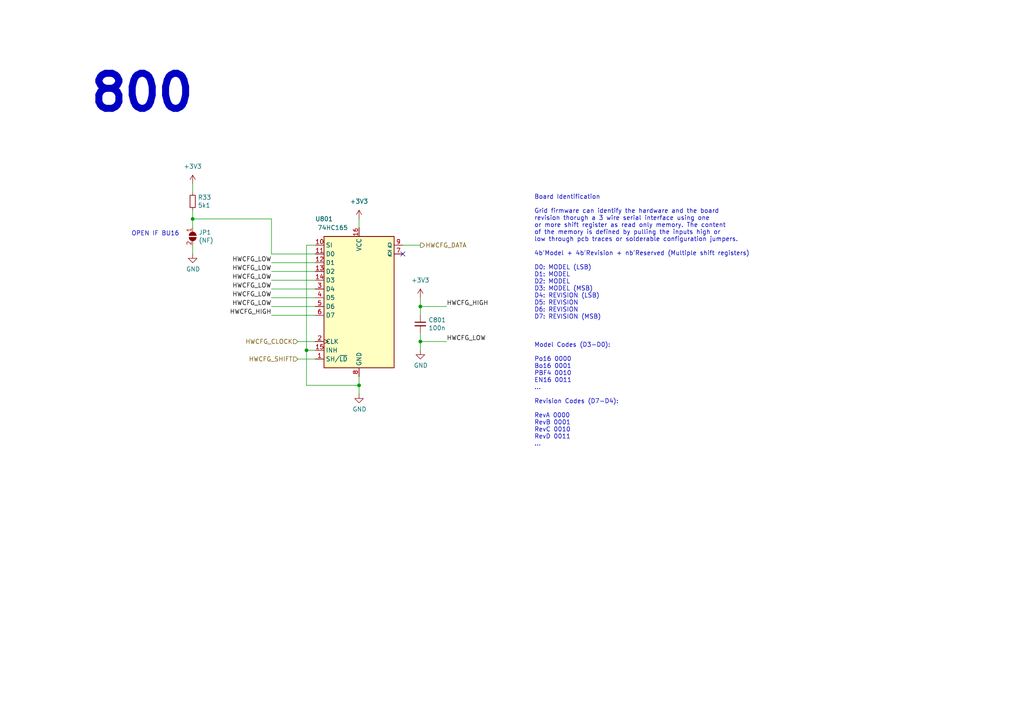
<source format=kicad_sch>
(kicad_sch (version 20230121) (generator eeschema)
  (paper "A4")
  (lib_symbols
    (symbol "power:+3V3" (power) (pin_names (offset 0))
      (property "Value" "+3V3" (at 0 3.556 0))
      (symbol "+3V3_0_1"
        (polyline (pts (xy -0.762 1.27) (xy 0 2.54)))
        (polyline (pts (xy 0 0) (xy 0 2.54)))
        (polyline (pts (xy 0 2.54) (xy 0.762 1.27)))
      )
      (symbol "+3V3_1_1"
        (pin power_in line (at 0 0 90) (length 0) hide (name "+3V3") (number "1"))
      )
    )
    (symbol "power:GND" (power) (pin_names (offset 0))
      (property "Value" "GND" (at 0 -3.81 0))
      (symbol "GND_0_1"
        (polyline (pts (xy 0 0) (xy 0 -1.27) (xy 1.27 -1.27) (xy 0 -2.54) (xy -1.27 -1.27) (xy 0 -1.27)))
      )
      (symbol "GND_1_1"
        (pin power_in line (at 0 0 270) (length 0) hide (name "GND") (number "1"))
      )
    )
    (symbol "suku_basics:74HC165"
      (property "Reference" "U" (at -15.24 25.4 0))
      (property "Value" "74HC165" (at -12.7 20.32 0))
      (symbol "74HC165_1_0"
        (pin input line (at -12.7 12.7 0) (length 2.54) (name "D0") (number "11"))
        (pin input line (at -12.7 10.16 0) (length 2.54) (name "D1") (number "12"))
        (pin input line (at -12.7 7.62 0) (length 2.54) (name "D2") (number "13"))
        (pin input line (at -12.7 5.08 0) (length 2.54) (name "D3") (number "14"))
        (pin power_in line (at 0 20.32 270) (length 2.54) (name "VCC") (number "16"))
        (pin input clock (at -12.7 -12.7 0) (length 2.54) (name "CLK") (number "2"))
        (pin input line (at -12.7 2.54 0) (length 2.54) (name "D4") (number "3"))
        (pin input line (at -12.7 0 0) (length 2.54) (name "D5") (number "4"))
        (pin input line (at -12.7 -2.54 0) (length 2.54) (name "D6") (number "5"))
        (pin input line (at -12.7 -5.08 0) (length 2.54) (name "D7") (number "6"))
        (pin power_in line (at 0 -22.86 90) (length 2.54) (name "GND") (number "8"))
        (pin output line (at 12.7 15.24 180) (length 2.54) (name "Q") (number "9"))
      )
      (symbol "74HC165_1_1"
        (rectangle (start -10.16 17.78) (end 10.16 -20.32) (stroke (width 0.254)) (fill (type background)))
        (pin input line (at -12.7 -17.78 0) (length 2.54) (name "SH/~{LD}") (number "1"))
        (pin input line (at -12.7 15.24 0) (length 2.54) (name "SI") (number "10"))
        (pin input line (at -12.7 -15.24 0) (length 2.54) (name "INH") (number "15"))
        (pin output line (at 12.7 12.7 180) (length 2.54) (name "~{Q}") (number "7"))
      )
    )
    (symbol "suku_basics:CAP" (pin_numbers hide) (pin_names (offset 0.254) hide)
      (property "Reference" "C" (at 0.254 1.778 0))
      (property "Value" "CAP" (at 0.254 -2.032 0))
      (symbol "CAP_0_1"
        (polyline (pts (xy -1.524 -0.508) (xy 1.524 -0.508)) (stroke (width 0.3302)))
        (polyline (pts (xy -1.524 0.508) (xy 1.524 0.508)) (stroke (width 0.3048)))
      )
      (symbol "CAP_1_1"
        (pin passive line (at 0 2.54 270) (length 2.032) (name "~") (number "1"))
        (pin passive line (at 0 -2.54 90) (length 2.032) (name "~") (number "2"))
      )
    )
    (symbol "suku_basics:JP_SolderJumper_2_Open" (pin_names (offset 0) hide)
      (property "Reference" "JP" (at 0 2.032 0))
      (property "Value" "JP_SolderJumper_2_Open" (at 0 -2.54 0))
      (symbol "JP_SolderJumper_2_Open_0_1"
        (arc (start -0.254 1.016) (mid -1.2656 0) (end -0.254 -1.016))
        (arc (start -0.254 1.016) (mid -1.2656 0) (end -0.254 -1.016) (fill (type outline)))
        (polyline (pts (xy -0.254 1.016) (xy -0.254 -1.016)))
        (polyline (pts (xy 0.254 1.016) (xy 0.254 -1.016)))
        (arc (start 0.254 -1.016) (mid 1.2656 0) (end 0.254 1.016))
        (arc (start 0.254 -1.016) (mid 1.2656 0) (end 0.254 1.016) (fill (type outline)))
      )
      (symbol "JP_SolderJumper_2_Open_1_1"
        (pin passive line (at -2.54 0 0) (length 1.27) (name "A") (number "1"))
        (pin passive line (at 2.54 0 180) (length 1.27) (name "B") (number "2"))
      )
    )
    (symbol "suku_basics:RES" (pin_numbers hide) (pin_names (offset 0.254) hide)
      (property "Reference" "R" (at 0.762 0.508 0))
      (property "Value" "RES" (at 0.762 -1.016 0))
      (symbol "RES_1_1"
        (rectangle (start -0.762 1.778) (end 0.762 -1.778) (stroke (width 0.2032)))
        (pin passive line (at 0 2.54 270) (length 0.762) (name "~") (number "1"))
        (pin passive line (at 0 -2.54 90) (length 0.762) (name "~") (number "2"))
      )
    )
  )
  (junction (at 104.14 111.76))
  (junction (at 88.9 101.6))
  (junction (at 121.92 99.06))
  (junction (at 55.88 63.5))
  (junction (at 121.92 88.9))
  (no_connect (at 116.84 73.66))
  (wire (pts (xy 88.9 71.12) (xy 88.9 101.6)))
  (wire (pts (xy 91.44 83.82) (xy 78.74 83.82)))
  (wire (pts (xy 104.14 111.76) (xy 104.14 109.22)))
  (wire (pts (xy 78.74 73.66) (xy 78.74 63.5)))
  (wire (pts (xy 91.44 101.6) (xy 88.9 101.6)))
  (wire (pts (xy 91.44 99.06) (xy 86.36 99.06)))
  (wire (pts (xy 55.88 63.5) (xy 55.88 66.04)))
  (wire (pts (xy 91.44 86.36) (xy 78.74 86.36)))
  (wire (pts (xy 91.44 88.9) (xy 78.74 88.9)))
  (wire (pts (xy 91.44 76.2) (xy 78.74 76.2)))
  (wire (pts (xy 104.14 63.5) (xy 104.14 66.04)))
  (wire (pts (xy 78.74 91.44) (xy 91.44 91.44)))
  (wire (pts (xy 104.14 114.3) (xy 104.14 111.76)))
  (wire (pts (xy 121.92 99.06) (xy 121.92 101.6)))
  (wire (pts (xy 91.44 71.12) (xy 88.9 71.12)))
  (wire (pts (xy 78.74 73.66) (xy 91.44 73.66)))
  (wire (pts (xy 55.88 60.96) (xy 55.88 63.5)))
  (wire (pts (xy 121.92 96.52) (xy 121.92 99.06)))
  (wire (pts (xy 88.9 101.6) (xy 88.9 111.76)))
  (wire (pts (xy 121.92 88.9) (xy 121.92 91.44)))
  (wire (pts (xy 88.9 111.76) (xy 104.14 111.76)))
  (wire (pts (xy 91.44 81.28) (xy 78.74 81.28)))
  (wire (pts (xy 116.84 71.12) (xy 121.92 71.12)))
  (wire (pts (xy 121.92 88.9) (xy 129.54 88.9)))
  (wire (pts (xy 78.74 63.5) (xy 55.88 63.5)))
  (wire (pts (xy 55.88 73.66) (xy 55.88 71.12)))
  (wire (pts (xy 121.92 86.36) (xy 121.92 88.9)))
  (wire (pts (xy 55.88 53.34) (xy 55.88 55.88)))
  (wire (pts (xy 121.92 99.06) (xy 129.54 99.06)))
  (wire (pts (xy 91.44 78.74) (xy 78.74 78.74)))
  (wire (pts (xy 91.44 104.14) (xy 86.36 104.14)))
  (text "800" (at 25.4 33.02 0) (effects (font (size 10.16 10.16) (thickness 2.032) bold) (justify left bottom)))
  (text "Board Identification\n\nGrid firmware can identify the hardware and the board \nrevision thorugh a 3 wire serial interface using one \nor more shift register as read only memory. The content\nof the memory is defined by pulling the inputs high or\nlow through pcb traces or solderable configuration jumpers.\n\n4b'Model + 4b'Revision + nb'Reserved (Multiple shift registers)\n\nD0: MODEL (LSB)\nD1: MODEL\nD2: MODEL\nD3: MODEL (MSB)\nD4: REVISION (LSB)\nD5: REVISION\nD6: REVISION\nD7: REVISION (MSB)\n\n\n\nModel Codes (D3-D0):\n\nPo16 0000\nBo16 0001\nPBF4 0010\nEN16 0011\n...\n\nRevision Codes (D7-D4):\n\nRevA 0000\nRevB 0001\nRevC 0010\nRevD 0011\n...\n" (at 154.94 129.54 0) (effects (font (size 1.27 1.27)) (justify left bottom)))
  (text "OPEN IF BU16" (at 38.1 68.58 0) (effects (font (size 1.27 1.27)) (justify left bottom)))
  (label "HWCFG_LOW" (at 129.54 99.06 0))
  (label "HWCFG_LOW" (at 78.74 83.82 180))
  (label "HWCFG_LOW" (at 78.74 78.74 180))
  (label "HWCFG_LOW" (at 78.74 86.36 180))
  (label "HWCFG_LOW" (at 78.74 81.28 180))
  (label "HWCFG_HIGH" (at 129.54 88.9 0))
  (label "HWCFG_HIGH" (at 78.74 91.44 180))
  (label "HWCFG_LOW" (at 78.74 76.2 180))
  (label "HWCFG_LOW" (at 78.74 88.9 180))
  (hierarchical_label "HWCFG_CLOCK" (shape input) (at 86.36 99.06 180))
  (hierarchical_label "HWCFG_SHIFT" (shape input) (at 86.36 104.14 180))
  (hierarchical_label "HWCFG_DATA" (shape output) (at 121.92 71.12 0))
  (symbol (lib_id "suku_basics:74HC165") (at 104.14 86.36 0) (unit 1)
    (property "Reference" "U801" (at 93.98 63.5 0))
    (property "Value" "74HC165" (at 96.52 66.04 0))
    (property "Footprint" "suku_basics:SOIC-16_74HC165" (effects hide))
    (property "Datasheet" "http://www.ti.com/lit/ds/symlink/sn74hc595.pdf" (effects hide))
  )
  (symbol (lib_id "power:GND") (at 104.14 114.3 0) (unit 1)
    (property "Reference" "#PWR0882" (effects hide))
    (property "Value" "GND" (at 104.267 118.6942 0))
  )
  (symbol (lib_id "suku_basics:CAP") (at 121.92 93.98 0) (unit 1)
    (property "Reference" "C801" (at 124.2568 92.8116 0) (effects (justify left)))
    (property "Value" "100n" (at 124.2568 95.123 0) (effects (justify left)))
    (property "Footprint" "suku_basics:CAP_0402" (effects hide))
  )
  (symbol (lib_id "power:GND") (at 121.92 101.6 0) (unit 1)
    (property "Reference" "#PWR0943" (effects hide))
    (property "Value" "GND" (at 122.047 105.9942 0))
  )
  (symbol (lib_id "power:+3V3") (at 104.14 63.5 0) (unit 1)
    (property "Reference" "#PWR0881" (effects hide))
    (property "Value" "+3V3" (at 104.14 58.42 0))
  )
  (symbol (lib_id "power:GND") (at 55.88 73.66 0) (unit 1)
    (property "Reference" "#PWR0152" (effects hide))
    (property "Value" "GND" (at 56.007 78.0542 0))
    (instances (project "HWCFG" (path "" (reference "#PWR0152") (unit 1))) (project "TEK2" (path "" (reference "#PWR0880") (unit 1))))
  )
  (symbol (lib_id "power:+3V3") (at 55.88 53.34 0) (unit 1)
    (property "Reference" "#PWR0879" (effects hide))
    (property "Value" "+3V3" (at 55.88 48.26 0))
  )
  (symbol (lib_id "suku_basics:RES") (at 55.88 58.42 0) (unit 1)
    (property "Reference" "R33" (at 57.3786 57.2516 0) (effects (justify left)))
    (property "Value" "5k1" (at 57.3786 59.563 0) (effects (justify left)))
    (property "Footprint" "suku_basics:RES_0402" (effects hide))
    (instances (project "HWCFG" (path "" (reference "R33") (unit 1))) (project "TEK2" (path "" (reference "R801") (unit 1))))
  )
  (symbol (lib_id "power:+3V3") (at 121.92 86.36 0) (unit 1)
    (property "Reference" "#PWR0942" (effects hide))
    (property "Value" "+3V3" (at 121.92 81.28 0))
  )
  (symbol (lib_id "suku_basics:JP_SolderJumper_2_Open") (at 55.88 68.58 270) (unit 1)
    (property "Reference" "JP1" (at 57.6072 67.4116 90) (effects (justify left)))
    (property "Value" "(NF)" (at 57.6072 69.723 90) (effects (justify left)))
    (property "Footprint" "Jumper:SolderJumper-2_P1.3mm_Open_TrianglePad1.0x1.5mm" (effects hide))
    (instances (project "HWCFG" (path "" (reference "JP1") (unit 1))) (project "TEK2" (path "" (reference "JP801") (unit 1))))
  )
)
</source>
